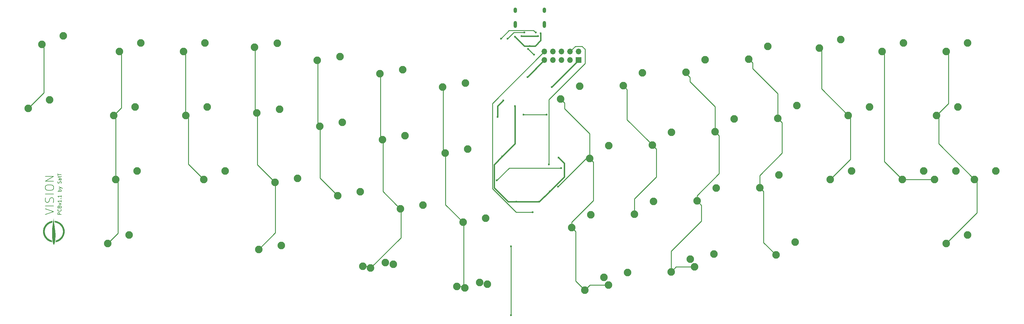
<source format=gtl>
G04 #@! TF.GenerationSoftware,KiCad,Pcbnew,(5.1.4)-1*
G04 #@! TF.CreationDate,2020-06-21T22:00:15+09:00*
G04 #@! TF.ProjectId,Vision,56697369-6f6e-42e6-9b69-6361645f7063,rev?*
G04 #@! TF.SameCoordinates,Original*
G04 #@! TF.FileFunction,Copper,L1,Top*
G04 #@! TF.FilePolarity,Positive*
%FSLAX46Y46*%
G04 Gerber Fmt 4.6, Leading zero omitted, Abs format (unit mm)*
G04 Created by KiCad (PCBNEW (5.1.4)-1) date 2020-06-21 22:00:15*
%MOMM*%
%LPD*%
G04 APERTURE LIST*
%ADD10C,0.200000*%
%ADD11C,0.150000*%
%ADD12C,0.010000*%
%ADD13C,2.250000*%
%ADD14O,1.700000X1.700000*%
%ADD15R,1.700000X1.700000*%
%ADD16O,1.000000X1.600000*%
%ADD17O,1.000000X2.100000*%
%ADD18C,0.600000*%
%ADD19C,0.381000*%
%ADD20C,0.254000*%
G04 APERTURE END LIST*
D10*
X66030952Y-143331904D02*
X68530952Y-142498571D01*
X66030952Y-141665238D01*
X68530952Y-140831904D02*
X66030952Y-140831904D01*
X68411904Y-139760476D02*
X68530952Y-139403333D01*
X68530952Y-138808095D01*
X68411904Y-138570000D01*
X68292857Y-138450952D01*
X68054761Y-138331904D01*
X67816666Y-138331904D01*
X67578571Y-138450952D01*
X67459523Y-138570000D01*
X67340476Y-138808095D01*
X67221428Y-139284285D01*
X67102380Y-139522380D01*
X66983333Y-139641428D01*
X66745238Y-139760476D01*
X66507142Y-139760476D01*
X66269047Y-139641428D01*
X66150000Y-139522380D01*
X66030952Y-139284285D01*
X66030952Y-138689047D01*
X66150000Y-138331904D01*
X68530952Y-137260476D02*
X66030952Y-137260476D01*
X66030952Y-135593809D02*
X66030952Y-135117619D01*
X66150000Y-134879523D01*
X66388095Y-134641428D01*
X66864285Y-134522380D01*
X67697619Y-134522380D01*
X68173809Y-134641428D01*
X68411904Y-134879523D01*
X68530952Y-135117619D01*
X68530952Y-135593809D01*
X68411904Y-135831904D01*
X68173809Y-136070000D01*
X67697619Y-136189047D01*
X66864285Y-136189047D01*
X66388095Y-136070000D01*
X66150000Y-135831904D01*
X66030952Y-135593809D01*
X68530952Y-133450952D02*
X66030952Y-133450952D01*
X68530952Y-132022380D01*
X66030952Y-132022380D01*
D11*
X70752380Y-143364404D02*
X69752380Y-143364404D01*
X69752380Y-142983452D01*
X69800000Y-142888214D01*
X69847619Y-142840595D01*
X69942857Y-142792976D01*
X70085714Y-142792976D01*
X70180952Y-142840595D01*
X70228571Y-142888214D01*
X70276190Y-142983452D01*
X70276190Y-143364404D01*
X70657142Y-141792976D02*
X70704761Y-141840595D01*
X70752380Y-141983452D01*
X70752380Y-142078690D01*
X70704761Y-142221547D01*
X70609523Y-142316785D01*
X70514285Y-142364404D01*
X70323809Y-142412023D01*
X70180952Y-142412023D01*
X69990476Y-142364404D01*
X69895238Y-142316785D01*
X69800000Y-142221547D01*
X69752380Y-142078690D01*
X69752380Y-141983452D01*
X69800000Y-141840595D01*
X69847619Y-141792976D01*
X70228571Y-141031071D02*
X70276190Y-140888214D01*
X70323809Y-140840595D01*
X70419047Y-140792976D01*
X70561904Y-140792976D01*
X70657142Y-140840595D01*
X70704761Y-140888214D01*
X70752380Y-140983452D01*
X70752380Y-141364404D01*
X69752380Y-141364404D01*
X69752380Y-141031071D01*
X69800000Y-140935833D01*
X69847619Y-140888214D01*
X69942857Y-140840595D01*
X70038095Y-140840595D01*
X70133333Y-140888214D01*
X70180952Y-140935833D01*
X70228571Y-141031071D01*
X70228571Y-141364404D01*
X70085714Y-140459642D02*
X70752380Y-140221547D01*
X70085714Y-139983452D01*
X70752380Y-139078690D02*
X70752380Y-139650119D01*
X70752380Y-139364404D02*
X69752380Y-139364404D01*
X69895238Y-139459642D01*
X69990476Y-139554880D01*
X70038095Y-139650119D01*
X70657142Y-138650119D02*
X70704761Y-138602500D01*
X70752380Y-138650119D01*
X70704761Y-138697738D01*
X70657142Y-138650119D01*
X70752380Y-138650119D01*
X70752380Y-137650119D02*
X70752380Y-138221547D01*
X70752380Y-137935833D02*
X69752380Y-137935833D01*
X69895238Y-138031071D01*
X69990476Y-138126309D01*
X70038095Y-138221547D01*
X70752380Y-136459642D02*
X69752380Y-136459642D01*
X70133333Y-136459642D02*
X70085714Y-136364404D01*
X70085714Y-136173928D01*
X70133333Y-136078690D01*
X70180952Y-136031071D01*
X70276190Y-135983452D01*
X70561904Y-135983452D01*
X70657142Y-136031071D01*
X70704761Y-136078690D01*
X70752380Y-136173928D01*
X70752380Y-136364404D01*
X70704761Y-136459642D01*
X70085714Y-135650119D02*
X70752380Y-135412023D01*
X70085714Y-135173928D02*
X70752380Y-135412023D01*
X70990476Y-135507261D01*
X71038095Y-135554880D01*
X71085714Y-135650119D01*
X70704761Y-134078690D02*
X70752380Y-133935833D01*
X70752380Y-133697738D01*
X70704761Y-133602500D01*
X70657142Y-133554880D01*
X70561904Y-133507261D01*
X70466666Y-133507261D01*
X70371428Y-133554880D01*
X70323809Y-133602500D01*
X70276190Y-133697738D01*
X70228571Y-133888214D01*
X70180952Y-133983452D01*
X70133333Y-134031071D01*
X70038095Y-134078690D01*
X69942857Y-134078690D01*
X69847619Y-134031071D01*
X69800000Y-133983452D01*
X69752380Y-133888214D01*
X69752380Y-133650119D01*
X69800000Y-133507261D01*
X70752380Y-132650119D02*
X70228571Y-132650119D01*
X70133333Y-132697738D01*
X70085714Y-132792976D01*
X70085714Y-132983452D01*
X70133333Y-133078690D01*
X70704761Y-132650119D02*
X70752380Y-132745357D01*
X70752380Y-132983452D01*
X70704761Y-133078690D01*
X70609523Y-133126309D01*
X70514285Y-133126309D01*
X70419047Y-133078690D01*
X70371428Y-132983452D01*
X70371428Y-132745357D01*
X70323809Y-132650119D01*
X70085714Y-132316785D02*
X70085714Y-131935833D01*
X69752380Y-132173928D02*
X70609523Y-132173928D01*
X70704761Y-132126309D01*
X70752380Y-132031071D01*
X70752380Y-131935833D01*
X69752380Y-131745357D02*
X69752380Y-131173928D01*
X70752380Y-131459642D02*
X69752380Y-131459642D01*
D12*
G36*
X68844417Y-145230390D02*
G01*
X68858339Y-145231554D01*
X68894865Y-145237462D01*
X68950410Y-145247453D01*
X69021394Y-145260868D01*
X69104234Y-145277049D01*
X69175897Y-145291392D01*
X69502369Y-145357401D01*
X69803548Y-145488552D01*
X69898476Y-145530090D01*
X69974633Y-145564337D01*
X70037574Y-145594426D01*
X70092855Y-145623493D01*
X70146029Y-145654673D01*
X70202651Y-145691101D01*
X70268275Y-145735912D01*
X70348457Y-145792241D01*
X70375458Y-145811343D01*
X70459474Y-145871025D01*
X70526816Y-145919866D01*
X70582124Y-145961964D01*
X70630034Y-146001413D01*
X70675187Y-146042312D01*
X70722219Y-146088756D01*
X70775769Y-146144841D01*
X70840476Y-146214664D01*
X70876384Y-146253743D01*
X70947674Y-146331638D01*
X71004483Y-146394868D01*
X71050492Y-146448390D01*
X71089378Y-146497163D01*
X71124821Y-146546145D01*
X71160499Y-146600295D01*
X71200091Y-146664571D01*
X71247276Y-146743931D01*
X71274847Y-146790783D01*
X71327189Y-146880093D01*
X71368515Y-146952023D01*
X71401395Y-147012222D01*
X71428397Y-147066336D01*
X71452092Y-147120013D01*
X71475050Y-147178902D01*
X71499840Y-147248649D01*
X71529033Y-147334903D01*
X71547191Y-147389307D01*
X71651267Y-147701549D01*
X71689473Y-148030853D01*
X71699997Y-148123037D01*
X71709310Y-148207442D01*
X71716999Y-148280105D01*
X71722654Y-148337060D01*
X71725863Y-148374343D01*
X71726423Y-148386894D01*
X71724772Y-148407470D01*
X71720829Y-148450507D01*
X71714993Y-148511869D01*
X71707658Y-148587415D01*
X71699221Y-148673007D01*
X71694353Y-148721882D01*
X71663538Y-149030134D01*
X71563064Y-149347209D01*
X71531712Y-149445745D01*
X71505923Y-149524492D01*
X71483221Y-149589128D01*
X71461128Y-149645332D01*
X71437167Y-149698786D01*
X71408862Y-149755166D01*
X71373735Y-149820154D01*
X71329309Y-149899427D01*
X71298430Y-149953971D01*
X71246624Y-150045018D01*
X71204172Y-150117915D01*
X71167372Y-150177846D01*
X71132522Y-150229994D01*
X71095922Y-150279542D01*
X71053870Y-150331673D01*
X71002665Y-150391572D01*
X70938606Y-150464421D01*
X70914448Y-150491697D01*
X70844753Y-150570018D01*
X70787773Y-150632679D01*
X70738752Y-150684039D01*
X70692934Y-150728455D01*
X70645563Y-150770286D01*
X70591884Y-150813888D01*
X70527142Y-150863620D01*
X70446579Y-150923840D01*
X70426925Y-150938434D01*
X70343404Y-151000248D01*
X70275894Y-151049267D01*
X70219015Y-151088661D01*
X70167386Y-151121598D01*
X70115628Y-151151246D01*
X70058359Y-151180775D01*
X69990199Y-151213352D01*
X69905768Y-151252146D01*
X69855143Y-151275149D01*
X69748707Y-151322885D01*
X69660467Y-151360907D01*
X69584657Y-151391365D01*
X69515514Y-151416411D01*
X69447272Y-151438196D01*
X69374168Y-151458872D01*
X69335567Y-151469058D01*
X69263844Y-151487321D01*
X69201745Y-151502488D01*
X69153614Y-151513551D01*
X69123790Y-151519500D01*
X69116066Y-151520027D01*
X69115014Y-151504235D01*
X69117073Y-151467409D01*
X69121610Y-151414986D01*
X69127991Y-151352407D01*
X69135584Y-151285110D01*
X69143755Y-151218533D01*
X69151871Y-151158116D01*
X69159299Y-151109297D01*
X69165406Y-151077515D01*
X69168664Y-151068200D01*
X69184725Y-151060146D01*
X69222116Y-151045043D01*
X69276834Y-151024393D01*
X69344877Y-150999699D01*
X69422242Y-150972464D01*
X69440504Y-150966146D01*
X69530957Y-150934543D01*
X69603883Y-150907611D01*
X69665880Y-150882255D01*
X69723548Y-150855383D01*
X69783486Y-150823900D01*
X69852292Y-150784713D01*
X69936566Y-150734728D01*
X69945277Y-150729509D01*
X70030714Y-150677817D01*
X70099249Y-150634691D01*
X70156792Y-150595671D01*
X70209253Y-150556299D01*
X70262541Y-150512114D01*
X70322566Y-150458658D01*
X70395236Y-150391471D01*
X70403628Y-150383637D01*
X70477371Y-150314203D01*
X70536052Y-150257016D01*
X70584518Y-150206477D01*
X70627619Y-150156989D01*
X70670203Y-150102955D01*
X70717120Y-150038777D01*
X70773217Y-149958858D01*
X70779741Y-149949465D01*
X70836739Y-149866648D01*
X70881666Y-149798923D01*
X70918136Y-149739730D01*
X70949765Y-149682507D01*
X70980165Y-149620695D01*
X71012952Y-149547732D01*
X71051740Y-149457058D01*
X71054125Y-149451412D01*
X71091159Y-149363117D01*
X71119868Y-149292089D01*
X71142236Y-149231773D01*
X71160249Y-149175618D01*
X71175891Y-149117071D01*
X71191148Y-149049577D01*
X71208005Y-148966585D01*
X71220692Y-148901579D01*
X71276431Y-148614158D01*
X71267241Y-148326737D01*
X71263985Y-148230334D01*
X71260578Y-148153931D01*
X71256146Y-148090801D01*
X71249811Y-148034215D01*
X71240697Y-147977448D01*
X71227928Y-147913771D01*
X71210628Y-147836458D01*
X71194103Y-147765263D01*
X71171745Y-147670720D01*
X71152766Y-147595436D01*
X71134790Y-147532583D01*
X71115442Y-147475332D01*
X71092346Y-147416853D01*
X71063126Y-147350318D01*
X71025408Y-147268897D01*
X71010149Y-147236446D01*
X70967749Y-147147442D01*
X70931879Y-147075525D01*
X70898711Y-147014377D01*
X70864419Y-146957680D01*
X70825175Y-146899115D01*
X70777151Y-146832365D01*
X70716519Y-146751111D01*
X70714553Y-146748499D01*
X70653251Y-146667758D01*
X70602618Y-146603365D01*
X70557675Y-146549989D01*
X70513447Y-146502296D01*
X70464957Y-146454953D01*
X70407227Y-146402626D01*
X70335282Y-146339984D01*
X70325385Y-146331458D01*
X70249052Y-146266375D01*
X70185770Y-146214483D01*
X70129253Y-146171415D01*
X70073214Y-146132803D01*
X70011365Y-146094281D01*
X69937419Y-146051481D01*
X69860562Y-146008588D01*
X69773857Y-145960978D01*
X69703742Y-145923842D01*
X69643603Y-145894373D01*
X69586827Y-145869764D01*
X69526797Y-145847209D01*
X69456901Y-145823902D01*
X69370523Y-145797034D01*
X69340337Y-145787839D01*
X69253101Y-145761878D01*
X69168187Y-145737604D01*
X69091212Y-145716548D01*
X69027790Y-145700240D01*
X68983536Y-145690212D01*
X68979505Y-145689453D01*
X68887652Y-145672806D01*
X68863531Y-145454102D01*
X68855766Y-145380789D01*
X68849652Y-145317312D01*
X68845575Y-145268188D01*
X68843921Y-145237931D01*
X68844417Y-145230390D01*
X68844417Y-145230390D01*
G37*
X68844417Y-145230390D02*
X68858339Y-145231554D01*
X68894865Y-145237462D01*
X68950410Y-145247453D01*
X69021394Y-145260868D01*
X69104234Y-145277049D01*
X69175897Y-145291392D01*
X69502369Y-145357401D01*
X69803548Y-145488552D01*
X69898476Y-145530090D01*
X69974633Y-145564337D01*
X70037574Y-145594426D01*
X70092855Y-145623493D01*
X70146029Y-145654673D01*
X70202651Y-145691101D01*
X70268275Y-145735912D01*
X70348457Y-145792241D01*
X70375458Y-145811343D01*
X70459474Y-145871025D01*
X70526816Y-145919866D01*
X70582124Y-145961964D01*
X70630034Y-146001413D01*
X70675187Y-146042312D01*
X70722219Y-146088756D01*
X70775769Y-146144841D01*
X70840476Y-146214664D01*
X70876384Y-146253743D01*
X70947674Y-146331638D01*
X71004483Y-146394868D01*
X71050492Y-146448390D01*
X71089378Y-146497163D01*
X71124821Y-146546145D01*
X71160499Y-146600295D01*
X71200091Y-146664571D01*
X71247276Y-146743931D01*
X71274847Y-146790783D01*
X71327189Y-146880093D01*
X71368515Y-146952023D01*
X71401395Y-147012222D01*
X71428397Y-147066336D01*
X71452092Y-147120013D01*
X71475050Y-147178902D01*
X71499840Y-147248649D01*
X71529033Y-147334903D01*
X71547191Y-147389307D01*
X71651267Y-147701549D01*
X71689473Y-148030853D01*
X71699997Y-148123037D01*
X71709310Y-148207442D01*
X71716999Y-148280105D01*
X71722654Y-148337060D01*
X71725863Y-148374343D01*
X71726423Y-148386894D01*
X71724772Y-148407470D01*
X71720829Y-148450507D01*
X71714993Y-148511869D01*
X71707658Y-148587415D01*
X71699221Y-148673007D01*
X71694353Y-148721882D01*
X71663538Y-149030134D01*
X71563064Y-149347209D01*
X71531712Y-149445745D01*
X71505923Y-149524492D01*
X71483221Y-149589128D01*
X71461128Y-149645332D01*
X71437167Y-149698786D01*
X71408862Y-149755166D01*
X71373735Y-149820154D01*
X71329309Y-149899427D01*
X71298430Y-149953971D01*
X71246624Y-150045018D01*
X71204172Y-150117915D01*
X71167372Y-150177846D01*
X71132522Y-150229994D01*
X71095922Y-150279542D01*
X71053870Y-150331673D01*
X71002665Y-150391572D01*
X70938606Y-150464421D01*
X70914448Y-150491697D01*
X70844753Y-150570018D01*
X70787773Y-150632679D01*
X70738752Y-150684039D01*
X70692934Y-150728455D01*
X70645563Y-150770286D01*
X70591884Y-150813888D01*
X70527142Y-150863620D01*
X70446579Y-150923840D01*
X70426925Y-150938434D01*
X70343404Y-151000248D01*
X70275894Y-151049267D01*
X70219015Y-151088661D01*
X70167386Y-151121598D01*
X70115628Y-151151246D01*
X70058359Y-151180775D01*
X69990199Y-151213352D01*
X69905768Y-151252146D01*
X69855143Y-151275149D01*
X69748707Y-151322885D01*
X69660467Y-151360907D01*
X69584657Y-151391365D01*
X69515514Y-151416411D01*
X69447272Y-151438196D01*
X69374168Y-151458872D01*
X69335567Y-151469058D01*
X69263844Y-151487321D01*
X69201745Y-151502488D01*
X69153614Y-151513551D01*
X69123790Y-151519500D01*
X69116066Y-151520027D01*
X69115014Y-151504235D01*
X69117073Y-151467409D01*
X69121610Y-151414986D01*
X69127991Y-151352407D01*
X69135584Y-151285110D01*
X69143755Y-151218533D01*
X69151871Y-151158116D01*
X69159299Y-151109297D01*
X69165406Y-151077515D01*
X69168664Y-151068200D01*
X69184725Y-151060146D01*
X69222116Y-151045043D01*
X69276834Y-151024393D01*
X69344877Y-150999699D01*
X69422242Y-150972464D01*
X69440504Y-150966146D01*
X69530957Y-150934543D01*
X69603883Y-150907611D01*
X69665880Y-150882255D01*
X69723548Y-150855383D01*
X69783486Y-150823900D01*
X69852292Y-150784713D01*
X69936566Y-150734728D01*
X69945277Y-150729509D01*
X70030714Y-150677817D01*
X70099249Y-150634691D01*
X70156792Y-150595671D01*
X70209253Y-150556299D01*
X70262541Y-150512114D01*
X70322566Y-150458658D01*
X70395236Y-150391471D01*
X70403628Y-150383637D01*
X70477371Y-150314203D01*
X70536052Y-150257016D01*
X70584518Y-150206477D01*
X70627619Y-150156989D01*
X70670203Y-150102955D01*
X70717120Y-150038777D01*
X70773217Y-149958858D01*
X70779741Y-149949465D01*
X70836739Y-149866648D01*
X70881666Y-149798923D01*
X70918136Y-149739730D01*
X70949765Y-149682507D01*
X70980165Y-149620695D01*
X71012952Y-149547732D01*
X71051740Y-149457058D01*
X71054125Y-149451412D01*
X71091159Y-149363117D01*
X71119868Y-149292089D01*
X71142236Y-149231773D01*
X71160249Y-149175618D01*
X71175891Y-149117071D01*
X71191148Y-149049577D01*
X71208005Y-148966585D01*
X71220692Y-148901579D01*
X71276431Y-148614158D01*
X71267241Y-148326737D01*
X71263985Y-148230334D01*
X71260578Y-148153931D01*
X71256146Y-148090801D01*
X71249811Y-148034215D01*
X71240697Y-147977448D01*
X71227928Y-147913771D01*
X71210628Y-147836458D01*
X71194103Y-147765263D01*
X71171745Y-147670720D01*
X71152766Y-147595436D01*
X71134790Y-147532583D01*
X71115442Y-147475332D01*
X71092346Y-147416853D01*
X71063126Y-147350318D01*
X71025408Y-147268897D01*
X71010149Y-147236446D01*
X70967749Y-147147442D01*
X70931879Y-147075525D01*
X70898711Y-147014377D01*
X70864419Y-146957680D01*
X70825175Y-146899115D01*
X70777151Y-146832365D01*
X70716519Y-146751111D01*
X70714553Y-146748499D01*
X70653251Y-146667758D01*
X70602618Y-146603365D01*
X70557675Y-146549989D01*
X70513447Y-146502296D01*
X70464957Y-146454953D01*
X70407227Y-146402626D01*
X70335282Y-146339984D01*
X70325385Y-146331458D01*
X70249052Y-146266375D01*
X70185770Y-146214483D01*
X70129253Y-146171415D01*
X70073214Y-146132803D01*
X70011365Y-146094281D01*
X69937419Y-146051481D01*
X69860562Y-146008588D01*
X69773857Y-145960978D01*
X69703742Y-145923842D01*
X69643603Y-145894373D01*
X69586827Y-145869764D01*
X69526797Y-145847209D01*
X69456901Y-145823902D01*
X69370523Y-145797034D01*
X69340337Y-145787839D01*
X69253101Y-145761878D01*
X69168187Y-145737604D01*
X69091212Y-145716548D01*
X69027790Y-145700240D01*
X68983536Y-145690212D01*
X68979505Y-145689453D01*
X68887652Y-145672806D01*
X68863531Y-145454102D01*
X68855766Y-145380789D01*
X68849652Y-145317312D01*
X68845575Y-145268188D01*
X68843921Y-145237931D01*
X68844417Y-145230390D01*
G36*
X68056634Y-148607473D02*
G01*
X68064093Y-148301897D01*
X68075858Y-148006736D01*
X68092364Y-147716589D01*
X68114047Y-147426051D01*
X68141345Y-147129719D01*
X68174693Y-146822189D01*
X68214528Y-146498058D01*
X68246105Y-146261315D01*
X68262257Y-146146957D01*
X68280826Y-146021295D01*
X68301351Y-145887034D01*
X68323368Y-145746878D01*
X68346416Y-145603532D01*
X68370033Y-145459699D01*
X68393757Y-145318086D01*
X68417125Y-145181396D01*
X68439676Y-145052333D01*
X68460947Y-144933602D01*
X68480476Y-144827908D01*
X68497801Y-144737955D01*
X68512460Y-144666448D01*
X68523990Y-144616091D01*
X68531643Y-144590263D01*
X68535141Y-144593014D01*
X68537292Y-144618794D01*
X68537996Y-144663924D01*
X68537155Y-144724725D01*
X68536183Y-144758112D01*
X68533806Y-144870418D01*
X68534158Y-144988743D01*
X68537397Y-145114711D01*
X68543684Y-145249942D01*
X68553176Y-145396060D01*
X68566033Y-145554686D01*
X68582414Y-145727442D01*
X68602477Y-145915952D01*
X68626382Y-146121837D01*
X68654288Y-146346719D01*
X68686354Y-146592221D01*
X68722738Y-146859964D01*
X68763599Y-147151572D01*
X68786319Y-147310737D01*
X68819176Y-147541691D01*
X68848025Y-147749067D01*
X68873210Y-147935667D01*
X68895075Y-148104293D01*
X68913965Y-148257746D01*
X68930223Y-148398829D01*
X68944193Y-148530344D01*
X68956219Y-148655092D01*
X68966644Y-148775876D01*
X68967547Y-148787037D01*
X68973939Y-148881069D01*
X68979756Y-148994457D01*
X68984866Y-149121571D01*
X68989139Y-149256779D01*
X68992443Y-149394451D01*
X68994646Y-149528956D01*
X68995617Y-149654664D01*
X68995225Y-149765943D01*
X68993338Y-149857164D01*
X68992838Y-149870789D01*
X68981000Y-150117049D01*
X68965375Y-150358983D01*
X68946264Y-150594539D01*
X68923965Y-150821664D01*
X68898778Y-151038308D01*
X68871004Y-151242417D01*
X68840941Y-151431940D01*
X68808890Y-151604824D01*
X68775150Y-151759019D01*
X68740020Y-151892472D01*
X68703800Y-152003130D01*
X68669808Y-152082972D01*
X68632322Y-152149428D01*
X68596934Y-152191824D01*
X68560949Y-152212404D01*
X68521674Y-152213414D01*
X68514979Y-152211928D01*
X68476634Y-152189123D01*
X68438823Y-152141017D01*
X68401727Y-152069040D01*
X68365530Y-151974626D01*
X68330412Y-151859207D01*
X68296557Y-151724215D01*
X68264146Y-151571082D01*
X68233361Y-151401241D01*
X68204386Y-151216124D01*
X68177401Y-151017163D01*
X68152588Y-150805791D01*
X68130131Y-150583439D01*
X68110211Y-150351541D01*
X68093011Y-150111529D01*
X68078711Y-149864834D01*
X68067496Y-149612890D01*
X68059546Y-149357128D01*
X68055044Y-149098981D01*
X68054172Y-148839881D01*
X68056634Y-148607473D01*
X68056634Y-148607473D01*
G37*
X68056634Y-148607473D02*
X68064093Y-148301897D01*
X68075858Y-148006736D01*
X68092364Y-147716589D01*
X68114047Y-147426051D01*
X68141345Y-147129719D01*
X68174693Y-146822189D01*
X68214528Y-146498058D01*
X68246105Y-146261315D01*
X68262257Y-146146957D01*
X68280826Y-146021295D01*
X68301351Y-145887034D01*
X68323368Y-145746878D01*
X68346416Y-145603532D01*
X68370033Y-145459699D01*
X68393757Y-145318086D01*
X68417125Y-145181396D01*
X68439676Y-145052333D01*
X68460947Y-144933602D01*
X68480476Y-144827908D01*
X68497801Y-144737955D01*
X68512460Y-144666448D01*
X68523990Y-144616091D01*
X68531643Y-144590263D01*
X68535141Y-144593014D01*
X68537292Y-144618794D01*
X68537996Y-144663924D01*
X68537155Y-144724725D01*
X68536183Y-144758112D01*
X68533806Y-144870418D01*
X68534158Y-144988743D01*
X68537397Y-145114711D01*
X68543684Y-145249942D01*
X68553176Y-145396060D01*
X68566033Y-145554686D01*
X68582414Y-145727442D01*
X68602477Y-145915952D01*
X68626382Y-146121837D01*
X68654288Y-146346719D01*
X68686354Y-146592221D01*
X68722738Y-146859964D01*
X68763599Y-147151572D01*
X68786319Y-147310737D01*
X68819176Y-147541691D01*
X68848025Y-147749067D01*
X68873210Y-147935667D01*
X68895075Y-148104293D01*
X68913965Y-148257746D01*
X68930223Y-148398829D01*
X68944193Y-148530344D01*
X68956219Y-148655092D01*
X68966644Y-148775876D01*
X68967547Y-148787037D01*
X68973939Y-148881069D01*
X68979756Y-148994457D01*
X68984866Y-149121571D01*
X68989139Y-149256779D01*
X68992443Y-149394451D01*
X68994646Y-149528956D01*
X68995617Y-149654664D01*
X68995225Y-149765943D01*
X68993338Y-149857164D01*
X68992838Y-149870789D01*
X68981000Y-150117049D01*
X68965375Y-150358983D01*
X68946264Y-150594539D01*
X68923965Y-150821664D01*
X68898778Y-151038308D01*
X68871004Y-151242417D01*
X68840941Y-151431940D01*
X68808890Y-151604824D01*
X68775150Y-151759019D01*
X68740020Y-151892472D01*
X68703800Y-152003130D01*
X68669808Y-152082972D01*
X68632322Y-152149428D01*
X68596934Y-152191824D01*
X68560949Y-152212404D01*
X68521674Y-152213414D01*
X68514979Y-152211928D01*
X68476634Y-152189123D01*
X68438823Y-152141017D01*
X68401727Y-152069040D01*
X68365530Y-151974626D01*
X68330412Y-151859207D01*
X68296557Y-151724215D01*
X68264146Y-151571082D01*
X68233361Y-151401241D01*
X68204386Y-151216124D01*
X68177401Y-151017163D01*
X68152588Y-150805791D01*
X68130131Y-150583439D01*
X68110211Y-150351541D01*
X68093011Y-150111529D01*
X68078711Y-149864834D01*
X68067496Y-149612890D01*
X68059546Y-149357128D01*
X68055044Y-149098981D01*
X68054172Y-148839881D01*
X68056634Y-148607473D01*
G36*
X65422714Y-147804335D02*
G01*
X65482492Y-147489143D01*
X65609356Y-147182703D01*
X65649087Y-147087134D01*
X65681744Y-147010585D01*
X65710309Y-146947567D01*
X65737763Y-146892586D01*
X65767087Y-146840150D01*
X65801261Y-146784769D01*
X65843267Y-146720951D01*
X65896085Y-146643202D01*
X65925469Y-146600321D01*
X65984973Y-146513877D01*
X66033580Y-146444747D01*
X66075399Y-146388118D01*
X66114539Y-146339176D01*
X66155110Y-146293107D01*
X66201222Y-146245099D01*
X66256983Y-146190338D01*
X66326505Y-146124010D01*
X66355846Y-146096228D01*
X66432092Y-146024361D01*
X66494208Y-145967025D01*
X66547293Y-145920313D01*
X66596445Y-145880320D01*
X66646763Y-145843138D01*
X66703346Y-145804861D01*
X66771292Y-145761582D01*
X66855700Y-145709395D01*
X66880913Y-145693922D01*
X66968354Y-145640420D01*
X67038887Y-145598057D01*
X67097981Y-145564233D01*
X67151105Y-145536349D01*
X67203729Y-145511807D01*
X67261322Y-145488008D01*
X67329354Y-145462353D01*
X67413295Y-145432243D01*
X67484715Y-145407029D01*
X67579927Y-145374306D01*
X67674135Y-145343443D01*
X67762121Y-145316038D01*
X67838667Y-145293688D01*
X67898554Y-145277990D01*
X67924895Y-145272322D01*
X67982104Y-145261681D01*
X68032151Y-145252023D01*
X68067103Y-145244892D01*
X68075290Y-145243042D01*
X68088357Y-145240972D01*
X68097365Y-145244256D01*
X68102292Y-145256139D01*
X68103115Y-145279864D01*
X68099814Y-145318676D01*
X68092365Y-145375818D01*
X68080748Y-145454534D01*
X68073540Y-145501880D01*
X68062785Y-145569847D01*
X68052923Y-145627791D01*
X68044833Y-145670859D01*
X68039395Y-145694199D01*
X68038191Y-145696901D01*
X68024007Y-145702045D01*
X67988015Y-145713383D01*
X67934107Y-145729739D01*
X67866174Y-145749936D01*
X67788108Y-145772798D01*
X67764474Y-145779658D01*
X67673218Y-145806405D01*
X67600221Y-145829009D01*
X67539005Y-145850141D01*
X67483092Y-145872473D01*
X67426004Y-145898673D01*
X67361263Y-145931413D01*
X67282390Y-145973363D01*
X67243106Y-145994579D01*
X67153971Y-146043308D01*
X67082399Y-146084101D01*
X67022156Y-146121214D01*
X66967009Y-146158904D01*
X66910726Y-146201429D01*
X66847074Y-146253043D01*
X66771011Y-146316995D01*
X66694154Y-146382767D01*
X66632752Y-146437323D01*
X66581533Y-146486188D01*
X66535225Y-146534887D01*
X66488558Y-146588944D01*
X66436258Y-146653884D01*
X66377808Y-146729064D01*
X66316611Y-146809116D01*
X66268208Y-146874784D01*
X66228635Y-146932496D01*
X66193926Y-146988679D01*
X66160116Y-147049758D01*
X66123240Y-147122162D01*
X66079333Y-147212318D01*
X66078191Y-147214688D01*
X66036091Y-147302683D01*
X66003465Y-147373324D01*
X65977954Y-147433232D01*
X65957196Y-147489028D01*
X65938830Y-147547333D01*
X65920495Y-147614767D01*
X65899830Y-147697950D01*
X65887278Y-147750051D01*
X65865310Y-147842282D01*
X65848680Y-147915475D01*
X65836497Y-147976273D01*
X65827869Y-148031317D01*
X65821906Y-148087249D01*
X65817715Y-148150710D01*
X65814405Y-148228342D01*
X65811477Y-148314752D01*
X65802079Y-148602597D01*
X65851718Y-148875746D01*
X65868900Y-148968780D01*
X65883752Y-149043241D01*
X65898229Y-149105814D01*
X65914287Y-149163182D01*
X65933881Y-149222030D01*
X65958967Y-149289041D01*
X65991501Y-149370902D01*
X66009863Y-149416263D01*
X66047123Y-149507217D01*
X66078275Y-149580064D01*
X66106672Y-149641048D01*
X66135665Y-149696414D01*
X66168609Y-149752408D01*
X66208856Y-149815275D01*
X66259758Y-149891260D01*
X66284080Y-149927059D01*
X66341496Y-150010727D01*
X66388986Y-150077559D01*
X66431252Y-150133100D01*
X66472995Y-150182895D01*
X66518917Y-150232490D01*
X66573720Y-150287428D01*
X66642104Y-150353257D01*
X66659290Y-150369611D01*
X66733086Y-150439165D01*
X66793861Y-150494449D01*
X66847560Y-150540036D01*
X66900131Y-150580497D01*
X66957519Y-150620407D01*
X67025673Y-150664337D01*
X67110537Y-150716861D01*
X67112129Y-150717837D01*
X67196146Y-150768932D01*
X67264313Y-150808948D01*
X67323169Y-150840988D01*
X67379252Y-150868158D01*
X67439101Y-150893563D01*
X67509253Y-150920308D01*
X67596246Y-150951498D01*
X67626814Y-150962258D01*
X67707330Y-150990794D01*
X67779329Y-151016788D01*
X67838972Y-151038816D01*
X67882419Y-151055453D01*
X67905833Y-151065274D01*
X67908626Y-151066872D01*
X67913460Y-151082639D01*
X67919801Y-151119397D01*
X67927067Y-151171693D01*
X67934680Y-151234073D01*
X67942060Y-151301084D01*
X67948627Y-151367273D01*
X67953801Y-151427184D01*
X67957003Y-151475364D01*
X67957653Y-151506361D01*
X67956253Y-151514940D01*
X67941984Y-151513292D01*
X67905682Y-151504849D01*
X67850903Y-151490562D01*
X67781205Y-151471380D01*
X67700143Y-151448252D01*
X67633772Y-151428814D01*
X67535334Y-151399539D01*
X67456651Y-151375393D01*
X67391967Y-151353997D01*
X67335524Y-151332974D01*
X67281568Y-151309943D01*
X67224342Y-151282528D01*
X67158091Y-151248349D01*
X67077057Y-151205029D01*
X67027658Y-151178365D01*
X66936585Y-151128966D01*
X66863622Y-151088449D01*
X66803569Y-151053247D01*
X66751230Y-151019796D01*
X66701406Y-150984530D01*
X66648898Y-150943885D01*
X66588510Y-150894295D01*
X66515043Y-150832195D01*
X66482375Y-150804371D01*
X66402354Y-150735905D01*
X66338379Y-150680009D01*
X66286033Y-150632046D01*
X66240901Y-150587375D01*
X66198567Y-150541356D01*
X66154614Y-150489352D01*
X66104628Y-150426721D01*
X66044192Y-150348826D01*
X66024751Y-150323590D01*
X65961341Y-150240967D01*
X65910993Y-150174068D01*
X65870417Y-150117531D01*
X65836317Y-150065993D01*
X65805403Y-150014091D01*
X65774382Y-149956464D01*
X65739960Y-149887749D01*
X65698845Y-149802584D01*
X65677813Y-149758577D01*
X65534052Y-149457468D01*
X65379140Y-148814684D01*
X65371038Y-148467105D01*
X65362935Y-148119526D01*
X65422714Y-147804335D01*
X65422714Y-147804335D01*
G37*
X65422714Y-147804335D02*
X65482492Y-147489143D01*
X65609356Y-147182703D01*
X65649087Y-147087134D01*
X65681744Y-147010585D01*
X65710309Y-146947567D01*
X65737763Y-146892586D01*
X65767087Y-146840150D01*
X65801261Y-146784769D01*
X65843267Y-146720951D01*
X65896085Y-146643202D01*
X65925469Y-146600321D01*
X65984973Y-146513877D01*
X66033580Y-146444747D01*
X66075399Y-146388118D01*
X66114539Y-146339176D01*
X66155110Y-146293107D01*
X66201222Y-146245099D01*
X66256983Y-146190338D01*
X66326505Y-146124010D01*
X66355846Y-146096228D01*
X66432092Y-146024361D01*
X66494208Y-145967025D01*
X66547293Y-145920313D01*
X66596445Y-145880320D01*
X66646763Y-145843138D01*
X66703346Y-145804861D01*
X66771292Y-145761582D01*
X66855700Y-145709395D01*
X66880913Y-145693922D01*
X66968354Y-145640420D01*
X67038887Y-145598057D01*
X67097981Y-145564233D01*
X67151105Y-145536349D01*
X67203729Y-145511807D01*
X67261322Y-145488008D01*
X67329354Y-145462353D01*
X67413295Y-145432243D01*
X67484715Y-145407029D01*
X67579927Y-145374306D01*
X67674135Y-145343443D01*
X67762121Y-145316038D01*
X67838667Y-145293688D01*
X67898554Y-145277990D01*
X67924895Y-145272322D01*
X67982104Y-145261681D01*
X68032151Y-145252023D01*
X68067103Y-145244892D01*
X68075290Y-145243042D01*
X68088357Y-145240972D01*
X68097365Y-145244256D01*
X68102292Y-145256139D01*
X68103115Y-145279864D01*
X68099814Y-145318676D01*
X68092365Y-145375818D01*
X68080748Y-145454534D01*
X68073540Y-145501880D01*
X68062785Y-145569847D01*
X68052923Y-145627791D01*
X68044833Y-145670859D01*
X68039395Y-145694199D01*
X68038191Y-145696901D01*
X68024007Y-145702045D01*
X67988015Y-145713383D01*
X67934107Y-145729739D01*
X67866174Y-145749936D01*
X67788108Y-145772798D01*
X67764474Y-145779658D01*
X67673218Y-145806405D01*
X67600221Y-145829009D01*
X67539005Y-145850141D01*
X67483092Y-145872473D01*
X67426004Y-145898673D01*
X67361263Y-145931413D01*
X67282390Y-145973363D01*
X67243106Y-145994579D01*
X67153971Y-146043308D01*
X67082399Y-146084101D01*
X67022156Y-146121214D01*
X66967009Y-146158904D01*
X66910726Y-146201429D01*
X66847074Y-146253043D01*
X66771011Y-146316995D01*
X66694154Y-146382767D01*
X66632752Y-146437323D01*
X66581533Y-146486188D01*
X66535225Y-146534887D01*
X66488558Y-146588944D01*
X66436258Y-146653884D01*
X66377808Y-146729064D01*
X66316611Y-146809116D01*
X66268208Y-146874784D01*
X66228635Y-146932496D01*
X66193926Y-146988679D01*
X66160116Y-147049758D01*
X66123240Y-147122162D01*
X66079333Y-147212318D01*
X66078191Y-147214688D01*
X66036091Y-147302683D01*
X66003465Y-147373324D01*
X65977954Y-147433232D01*
X65957196Y-147489028D01*
X65938830Y-147547333D01*
X65920495Y-147614767D01*
X65899830Y-147697950D01*
X65887278Y-147750051D01*
X65865310Y-147842282D01*
X65848680Y-147915475D01*
X65836497Y-147976273D01*
X65827869Y-148031317D01*
X65821906Y-148087249D01*
X65817715Y-148150710D01*
X65814405Y-148228342D01*
X65811477Y-148314752D01*
X65802079Y-148602597D01*
X65851718Y-148875746D01*
X65868900Y-148968780D01*
X65883752Y-149043241D01*
X65898229Y-149105814D01*
X65914287Y-149163182D01*
X65933881Y-149222030D01*
X65958967Y-149289041D01*
X65991501Y-149370902D01*
X66009863Y-149416263D01*
X66047123Y-149507217D01*
X66078275Y-149580064D01*
X66106672Y-149641048D01*
X66135665Y-149696414D01*
X66168609Y-149752408D01*
X66208856Y-149815275D01*
X66259758Y-149891260D01*
X66284080Y-149927059D01*
X66341496Y-150010727D01*
X66388986Y-150077559D01*
X66431252Y-150133100D01*
X66472995Y-150182895D01*
X66518917Y-150232490D01*
X66573720Y-150287428D01*
X66642104Y-150353257D01*
X66659290Y-150369611D01*
X66733086Y-150439165D01*
X66793861Y-150494449D01*
X66847560Y-150540036D01*
X66900131Y-150580497D01*
X66957519Y-150620407D01*
X67025673Y-150664337D01*
X67110537Y-150716861D01*
X67112129Y-150717837D01*
X67196146Y-150768932D01*
X67264313Y-150808948D01*
X67323169Y-150840988D01*
X67379252Y-150868158D01*
X67439101Y-150893563D01*
X67509253Y-150920308D01*
X67596246Y-150951498D01*
X67626814Y-150962258D01*
X67707330Y-150990794D01*
X67779329Y-151016788D01*
X67838972Y-151038816D01*
X67882419Y-151055453D01*
X67905833Y-151065274D01*
X67908626Y-151066872D01*
X67913460Y-151082639D01*
X67919801Y-151119397D01*
X67927067Y-151171693D01*
X67934680Y-151234073D01*
X67942060Y-151301084D01*
X67948627Y-151367273D01*
X67953801Y-151427184D01*
X67957003Y-151475364D01*
X67957653Y-151506361D01*
X67956253Y-151514940D01*
X67941984Y-151513292D01*
X67905682Y-151504849D01*
X67850903Y-151490562D01*
X67781205Y-151471380D01*
X67700143Y-151448252D01*
X67633772Y-151428814D01*
X67535334Y-151399539D01*
X67456651Y-151375393D01*
X67391967Y-151353997D01*
X67335524Y-151332974D01*
X67281568Y-151309943D01*
X67224342Y-151282528D01*
X67158091Y-151248349D01*
X67077057Y-151205029D01*
X67027658Y-151178365D01*
X66936585Y-151128966D01*
X66863622Y-151088449D01*
X66803569Y-151053247D01*
X66751230Y-151019796D01*
X66701406Y-150984530D01*
X66648898Y-150943885D01*
X66588510Y-150894295D01*
X66515043Y-150832195D01*
X66482375Y-150804371D01*
X66402354Y-150735905D01*
X66338379Y-150680009D01*
X66286033Y-150632046D01*
X66240901Y-150587375D01*
X66198567Y-150541356D01*
X66154614Y-150489352D01*
X66104628Y-150426721D01*
X66044192Y-150348826D01*
X66024751Y-150323590D01*
X65961341Y-150240967D01*
X65910993Y-150174068D01*
X65870417Y-150117531D01*
X65836317Y-150065993D01*
X65805403Y-150014091D01*
X65774382Y-149956464D01*
X65739960Y-149887749D01*
X65698845Y-149802584D01*
X65677813Y-149758577D01*
X65534052Y-149457468D01*
X65379140Y-148814684D01*
X65371038Y-148467105D01*
X65362935Y-148119526D01*
X65422714Y-147804335D01*
D13*
X327016251Y-130410592D03*
X320666251Y-132950592D03*
X178263110Y-140531133D03*
X171523777Y-141695389D03*
X196896822Y-144491851D03*
X190157489Y-145656107D03*
X113445000Y-92310592D03*
X107095000Y-94850592D03*
X239020529Y-160584101D03*
X233337387Y-164388836D03*
X119495000Y-130410592D03*
X113145000Y-132950592D03*
X224812169Y-105175660D03*
X219129027Y-108980395D03*
X140995686Y-132609698D03*
X134256353Y-133773954D03*
X257654240Y-156623383D03*
X251971098Y-160428118D03*
X195045494Y-163573927D03*
X188306161Y-164738183D03*
X264641882Y-155138114D03*
X258958740Y-158942849D03*
X197374708Y-164069017D03*
X190635375Y-165233273D03*
X134945687Y-92369698D03*
X128206354Y-93533954D03*
X243445881Y-101214942D03*
X237762739Y-105019677D03*
X92713751Y-111360593D03*
X86363751Y-113900593D03*
X190846822Y-104251852D03*
X184107489Y-105416108D03*
X232032887Y-162069370D03*
X226349745Y-165874105D03*
X167094922Y-157632849D03*
X160355589Y-158797105D03*
X169424136Y-158127939D03*
X162684803Y-159292195D03*
X336541251Y-130410592D03*
X330191251Y-132950592D03*
X93301251Y-130410592D03*
X86951251Y-132950592D03*
X135645685Y-111999699D03*
X128906352Y-113163955D03*
X172213110Y-100291134D03*
X165473777Y-101455390D03*
X71375002Y-90170593D03*
X65025002Y-92710593D03*
X67305000Y-109220593D03*
X60955000Y-111760593D03*
X302325001Y-91250593D03*
X295975001Y-93790593D03*
X280713305Y-93293507D03*
X275030163Y-97098242D03*
X246705881Y-139474941D03*
X241022739Y-143279676D03*
X265339592Y-135514223D03*
X259656450Y-139318958D03*
X289333304Y-110943507D03*
X283650162Y-114748242D03*
X270699593Y-114904224D03*
X265016451Y-118708959D03*
X252065881Y-118864942D03*
X246382739Y-122669677D03*
X262079593Y-97254224D03*
X256396451Y-101058959D03*
X233432169Y-122825658D03*
X227749027Y-126630393D03*
X191546822Y-123881850D03*
X184807489Y-125046106D03*
X348447501Y-130410592D03*
X342097501Y-132950592D03*
X172913110Y-119921134D03*
X166173777Y-121085390D03*
X94395001Y-92310593D03*
X88045001Y-94850593D03*
X337138751Y-111360593D03*
X330788751Y-113900593D03*
X153579398Y-96330416D03*
X146840065Y-97494672D03*
X340005001Y-92310593D03*
X333655001Y-94850593D03*
X154279398Y-115960416D03*
X147540065Y-117124672D03*
X340004500Y-149460591D03*
X333654500Y-152000591D03*
X90920001Y-149460592D03*
X84570001Y-152000592D03*
X159629398Y-136570415D03*
X152890065Y-137734671D03*
X320955001Y-92310592D03*
X314605001Y-94850592D03*
X228072169Y-143435659D03*
X222389027Y-147240394D03*
X288783305Y-151543505D03*
X283100163Y-155348240D03*
X136185687Y-152599698D03*
X129446354Y-153763954D03*
X114145001Y-111360593D03*
X107795001Y-113900593D03*
X310945001Y-111360593D03*
X304595001Y-113900593D03*
X283973305Y-131553505D03*
X278290163Y-135358240D03*
X305585001Y-130410592D03*
X299235001Y-132950592D03*
D14*
X214315000Y-94860000D03*
X214315000Y-97400000D03*
X216855000Y-94860000D03*
X216855000Y-97400000D03*
X219395000Y-94860000D03*
X219395000Y-97400000D03*
X221935000Y-94860000D03*
X221935000Y-97400000D03*
X224475000Y-94860000D03*
D15*
X224475000Y-97400000D03*
D16*
X214320000Y-82600000D03*
X205680000Y-82600000D03*
D17*
X214320000Y-86780000D03*
X205680000Y-86780000D03*
D18*
X213225000Y-89400000D03*
X210000000Y-93250000D03*
X205550000Y-90450000D03*
X209275041Y-102424959D03*
X200400000Y-114300000D03*
X202100000Y-109400000D03*
X204400000Y-152800000D03*
X204400000Y-173349999D03*
X208100000Y-113600000D03*
X215000000Y-113600000D03*
X200200000Y-133200000D03*
X219300000Y-129525000D03*
X212450000Y-90250000D03*
X207549992Y-90250000D03*
X218375000Y-135025002D03*
X209500000Y-94099996D03*
X211250000Y-95800006D03*
X212812500Y-139550000D03*
X201800000Y-126100000D03*
X205612500Y-111050000D03*
X206000000Y-139550000D03*
X215900000Y-136462500D03*
X218499999Y-126400000D03*
X216500000Y-105400000D03*
X215650000Y-128450000D03*
X210800000Y-142687500D03*
X203400000Y-91000000D03*
X208400000Y-89200000D03*
X211750000Y-89200000D03*
X201400000Y-91000000D03*
D19*
X210424264Y-93250000D02*
X210000000Y-93250000D01*
X211550000Y-93250000D02*
X210424264Y-93250000D01*
X213225000Y-89400000D02*
X213225000Y-91575000D01*
X213225000Y-91575000D02*
X211550000Y-93250000D01*
X208350000Y-93250000D02*
X205550000Y-90450000D01*
X210000000Y-93250000D02*
X208350000Y-93250000D01*
X209290041Y-102424959D02*
X209275041Y-102424959D01*
X214315000Y-97400000D02*
X209290041Y-102424959D01*
X200400000Y-114300000D02*
X200400000Y-111100000D01*
X200400000Y-111100000D02*
X202100000Y-109400000D01*
D20*
X204400000Y-152800000D02*
X204400000Y-173349999D01*
X208100000Y-113600000D02*
X215000000Y-113600000D01*
X218875736Y-129525000D02*
X219300000Y-129525000D01*
X203875000Y-129525000D02*
X218875736Y-129525000D01*
X200200000Y-133200000D02*
X203875000Y-129525000D01*
X196879618Y-163573927D02*
X197374708Y-164069017D01*
D19*
X212450000Y-90250000D02*
X207549992Y-90250000D01*
D20*
X265016451Y-117117969D02*
X265016451Y-118708959D01*
X265016451Y-111269949D02*
X265016451Y-117117969D01*
X257550000Y-103803498D02*
X265016451Y-111269949D01*
X257550000Y-102500000D02*
X257550000Y-103803498D01*
X256396451Y-101058959D02*
X256396451Y-101346451D01*
X256396451Y-101346451D02*
X257550000Y-102500000D01*
X259656450Y-137727968D02*
X259656450Y-139318958D01*
X266200000Y-131184418D02*
X259656450Y-137727968D01*
X265016451Y-118708959D02*
X266200000Y-119892508D01*
X266200000Y-119892508D02*
X266200000Y-131184418D01*
X253456367Y-158942849D02*
X258958740Y-158942849D01*
X251971098Y-160428118D02*
X253456367Y-158942849D01*
X251971098Y-154278902D02*
X251971098Y-160428118D01*
X260950000Y-145300000D02*
X251971098Y-154278902D01*
X259656450Y-139318958D02*
X260950000Y-140612508D01*
X260950000Y-140612508D02*
X260950000Y-145300000D01*
X296650000Y-105955592D02*
X304595001Y-113900593D01*
X295975001Y-93790593D02*
X296650000Y-94465592D01*
X296650000Y-94465592D02*
X296650000Y-105955592D01*
X305250000Y-126935593D02*
X299235001Y-132950592D01*
X304595001Y-113900593D02*
X305250000Y-114555592D01*
X305250000Y-114555592D02*
X305250000Y-126935593D01*
X87488750Y-112775594D02*
X86363751Y-113900593D01*
X88650000Y-111614344D02*
X87488750Y-112775594D01*
X88045001Y-94850593D02*
X88650000Y-95455592D01*
X88650000Y-95455592D02*
X88650000Y-111614344D01*
X87000000Y-132901843D02*
X86951251Y-132950592D01*
X86363751Y-113900593D02*
X87000000Y-114536842D01*
X87000000Y-114536842D02*
X87000000Y-132901843D01*
X87600000Y-148970593D02*
X84570001Y-152000592D01*
X86951251Y-132950592D02*
X87600000Y-133599341D01*
X87600000Y-133599341D02*
X87600000Y-148970593D01*
X107700000Y-113805592D02*
X107795001Y-113900593D01*
X107095000Y-94850592D02*
X107700000Y-95455592D01*
X107700000Y-95455592D02*
X107700000Y-113805592D01*
X108550000Y-114655592D02*
X107795001Y-113900593D01*
X113145000Y-132950592D02*
X108550000Y-128355592D01*
X108550000Y-128355592D02*
X108550000Y-114655592D01*
X190140285Y-164738183D02*
X190635375Y-165233273D01*
X188306161Y-164738183D02*
X190140285Y-164738183D01*
X190300000Y-145798618D02*
X190157489Y-145656107D01*
X190635375Y-165233273D02*
X190300000Y-164897898D01*
X190300000Y-164897898D02*
X190300000Y-145798618D01*
X184950000Y-140448618D02*
X190157489Y-145656107D01*
X184807489Y-125046106D02*
X184950000Y-125188617D01*
X184950000Y-125188617D02*
X184950000Y-140448618D01*
X184250000Y-124488617D02*
X184807489Y-125046106D01*
X184107489Y-105416108D02*
X184250000Y-105558619D01*
X184250000Y-105558619D02*
X184250000Y-124488617D01*
X147000000Y-116584607D02*
X147540065Y-117124672D01*
X146840065Y-97494672D02*
X147000000Y-97654607D01*
X147000000Y-97654607D02*
X147000000Y-116584607D01*
X147700000Y-132544606D02*
X152890065Y-137734671D01*
X147540065Y-117124672D02*
X147700000Y-117284607D01*
X147700000Y-117284607D02*
X147700000Y-132544606D01*
X65600000Y-107115593D02*
X60955000Y-111760593D01*
X65025002Y-92710593D02*
X65600000Y-93285591D01*
X65600000Y-93285591D02*
X65600000Y-107115593D01*
X128400000Y-112657603D02*
X128906352Y-113163955D01*
X128206354Y-93533954D02*
X128400000Y-93727600D01*
X128400000Y-93727600D02*
X128400000Y-112657603D01*
X129050000Y-128567601D02*
X134256353Y-133773954D01*
X128906352Y-113163955D02*
X129050000Y-113307603D01*
X129050000Y-113307603D02*
X129050000Y-128567601D01*
X134400000Y-148810308D02*
X129446354Y-153763954D01*
X134256353Y-133773954D02*
X134400000Y-133917601D01*
X134400000Y-133917601D02*
X134400000Y-148810308D01*
X162189713Y-158797105D02*
X162684803Y-159292195D01*
X160355589Y-158797105D02*
X162189713Y-158797105D01*
X165650000Y-120561613D02*
X166173777Y-121085390D01*
X165473777Y-101455390D02*
X165650000Y-101631613D01*
X165650000Y-101631613D02*
X165650000Y-120561613D01*
X170398778Y-140570390D02*
X171523777Y-141695389D01*
X166350000Y-136521612D02*
X170398778Y-140570390D01*
X166173777Y-121085390D02*
X166350000Y-121261613D01*
X166350000Y-121261613D02*
X166350000Y-136521612D01*
X171700000Y-150276998D02*
X162684803Y-159292195D01*
X171523777Y-141695389D02*
X171700000Y-141871612D01*
X171700000Y-141871612D02*
X171700000Y-150276998D01*
X245257740Y-121544678D02*
X246382739Y-122669677D01*
X238887738Y-115174676D02*
X245257740Y-121544678D01*
X238887738Y-106144676D02*
X238887738Y-115174676D01*
X237762739Y-105019677D02*
X238887738Y-106144676D01*
X241022739Y-138727261D02*
X241022739Y-143279676D01*
X247550000Y-132200000D02*
X241022739Y-138727261D01*
X246382739Y-122669677D02*
X247550000Y-123836938D01*
X247550000Y-123836938D02*
X247550000Y-132200000D01*
X223600000Y-163124360D02*
X226349745Y-165874105D01*
X222389027Y-147240394D02*
X223600000Y-148451367D01*
X223600000Y-148451367D02*
X223600000Y-163124360D01*
X222389027Y-145649404D02*
X222389027Y-147240394D01*
X228874026Y-139164405D02*
X222389027Y-145649404D01*
X228874026Y-127755392D02*
X228874026Y-139164405D01*
X227749027Y-126630393D02*
X228874026Y-127755392D01*
X218674999Y-134725003D02*
X218375000Y-135025002D01*
X227749027Y-126630393D02*
X226769609Y-126630393D01*
X226769609Y-126630393D02*
X218674999Y-134725003D01*
X231746397Y-164388836D02*
X233337387Y-164388836D01*
X226349745Y-165874105D02*
X227835014Y-164388836D01*
X227835014Y-164388836D02*
X231746397Y-164388836D01*
X227749027Y-125039403D02*
X227749027Y-126630393D01*
X227749027Y-119279391D02*
X227749027Y-125039403D01*
X220350000Y-111880364D02*
X227749027Y-119279391D01*
X219129027Y-108980395D02*
X220350000Y-110201368D01*
X220350000Y-110201368D02*
X220350000Y-111880364D01*
X211200010Y-95800006D02*
X211250000Y-95800006D01*
X209500000Y-94099996D02*
X211200010Y-95800006D01*
D19*
X205612500Y-122287500D02*
X201800000Y-126100000D01*
X205612500Y-111050000D02*
X205612500Y-122287500D01*
X206000000Y-139550000D02*
X212812500Y-139550000D01*
X212812500Y-139550000D02*
X215900000Y-136462500D01*
X203550000Y-139550000D02*
X206000000Y-139550000D01*
X199400000Y-135400000D02*
X203550000Y-139550000D01*
X201800000Y-126100000D02*
X199400000Y-128500000D01*
X199400000Y-128500000D02*
X199400000Y-135400000D01*
X220218702Y-132143798D02*
X220218702Y-128118703D01*
X218799998Y-126699999D02*
X218499999Y-126400000D01*
X215900000Y-136462500D02*
X220218702Y-132143798D01*
X220218702Y-128118703D02*
X218799998Y-126699999D01*
X224475000Y-97425000D02*
X224475000Y-97400000D01*
X216500000Y-105400000D02*
X224475000Y-97425000D01*
D20*
X225500000Y-93300000D02*
X226400000Y-94200000D01*
X221935000Y-94860000D02*
X223495000Y-93300000D01*
X215650000Y-128025736D02*
X215650000Y-128450000D01*
X215650000Y-109150000D02*
X215650000Y-128025736D01*
X226400000Y-98400000D02*
X215650000Y-109150000D01*
X223495000Y-93300000D02*
X225500000Y-93300000D01*
X226400000Y-94200000D02*
X226400000Y-98400000D01*
X213465001Y-95709999D02*
X214315000Y-94860000D01*
X198879290Y-110295710D02*
X213465001Y-95709999D01*
X198879290Y-135615685D02*
X198879290Y-110295710D01*
X205951105Y-142687500D02*
X198879290Y-135615685D01*
X210800000Y-142687500D02*
X205951105Y-142687500D01*
X168929046Y-157632849D02*
X169424136Y-158127939D01*
X278290163Y-131709837D02*
X278290163Y-135358240D01*
X284900000Y-125100000D02*
X278290163Y-131709837D01*
X283650162Y-114748242D02*
X284900000Y-115998080D01*
X284900000Y-115998080D02*
X284900000Y-125100000D01*
X283650162Y-113157252D02*
X283650162Y-114748242D01*
X283650162Y-107397237D02*
X283650162Y-113157252D01*
X276200000Y-99947075D02*
X283650162Y-107397237D01*
X276200000Y-98250000D02*
X276200000Y-99947075D01*
X275030163Y-97098242D02*
X275048242Y-97098242D01*
X275048242Y-97098242D02*
X276200000Y-98250000D01*
X279450000Y-151698077D02*
X283100163Y-155348240D01*
X278290163Y-135358240D02*
X279450000Y-136518077D01*
X279450000Y-136518077D02*
X279450000Y-151698077D01*
X342800000Y-133653091D02*
X342097501Y-132950592D01*
X333654500Y-152000591D02*
X342800000Y-142855091D01*
X342800000Y-142855091D02*
X342800000Y-133653091D01*
X331450000Y-122303091D02*
X342097501Y-132950592D01*
X330788751Y-113900593D02*
X331450000Y-114561842D01*
X331450000Y-114561842D02*
X331450000Y-122303091D01*
X334350000Y-110339344D02*
X330788751Y-113900593D01*
X333655001Y-94850593D02*
X334350000Y-95545592D01*
X334350000Y-95545592D02*
X334350000Y-110339344D01*
X319541252Y-131825593D02*
X320666251Y-132950592D01*
X315300000Y-127584341D02*
X319541252Y-131825593D01*
X314605001Y-94850592D02*
X315300000Y-95545591D01*
X315300000Y-95545591D02*
X315300000Y-127584341D01*
X320666251Y-132950592D02*
X330191251Y-132950592D01*
X205200000Y-89200000D02*
X208400000Y-89200000D01*
X203400000Y-91000000D02*
X205200000Y-89200000D01*
X211450001Y-88900001D02*
X211750000Y-89200000D01*
X211119799Y-88569799D02*
X211450001Y-88900001D01*
X203830201Y-88569799D02*
X211119799Y-88569799D01*
X201400000Y-91000000D02*
X203830201Y-88569799D01*
M02*

</source>
